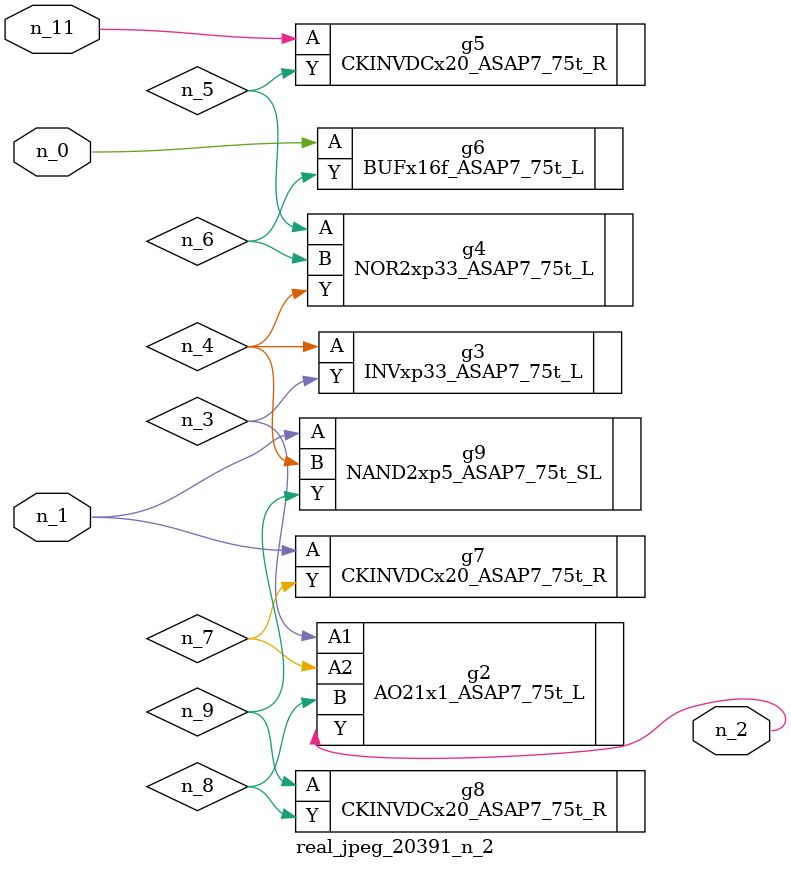
<source format=v>
module real_jpeg_20391_n_2 (n_1, n_11, n_0, n_2);

input n_1;
input n_11;
input n_0;

output n_2;

wire n_5;
wire n_4;
wire n_8;
wire n_6;
wire n_7;
wire n_3;
wire n_9;

BUFx16f_ASAP7_75t_L g6 ( 
.A(n_0),
.Y(n_6)
);

CKINVDCx20_ASAP7_75t_R g7 ( 
.A(n_1),
.Y(n_7)
);

NAND2xp5_ASAP7_75t_SL g9 ( 
.A(n_1),
.B(n_4),
.Y(n_9)
);

AO21x1_ASAP7_75t_L g2 ( 
.A1(n_3),
.A2(n_7),
.B(n_8),
.Y(n_2)
);

INVxp33_ASAP7_75t_L g3 ( 
.A(n_4),
.Y(n_3)
);

NOR2xp33_ASAP7_75t_L g4 ( 
.A(n_5),
.B(n_6),
.Y(n_4)
);

CKINVDCx20_ASAP7_75t_R g8 ( 
.A(n_9),
.Y(n_8)
);

CKINVDCx20_ASAP7_75t_R g5 ( 
.A(n_11),
.Y(n_5)
);


endmodule
</source>
